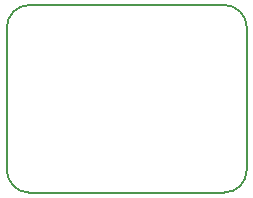
<source format=gko>
G04 This is an RS-274x file exported by *
G04 gerbv version 2.6.1 *
G04 More information is available about gerbv at *
G04 http://gerbv.geda-project.org/ *
G04 --End of header info--*
%MOIN*%
%FSLAX34Y34*%
%IPPOS*%
G04 --Define apertures--*
%ADD10C,0.0050*%
G04 --Start main section--*
G54D10*
G01X0008700Y0006500D02*
G75*
G02X0009450Y0005750I0000000J-000750D01*
G01X0009450Y0005750D02*
G01X0009450Y0001000D01*
G01X0009450Y0001000D02*
G75*
G02X0008700Y0000250I-000750J0000000D01*
G01X0008700Y0000250D02*
G01X0002200Y0000250D01*
G01X0002200Y0000250D02*
G75*
G02X0001450Y0001000I0000000J0000750D01*
G01X0001450Y0001000D02*
G01X0001450Y0005750D01*
G01X0001450Y0005750D02*
G75*
G02X0002200Y0006500I0000750J0000000D01*
G01X0002200Y0006500D02*
G01X0008700Y0006500D01*
M02*

</source>
